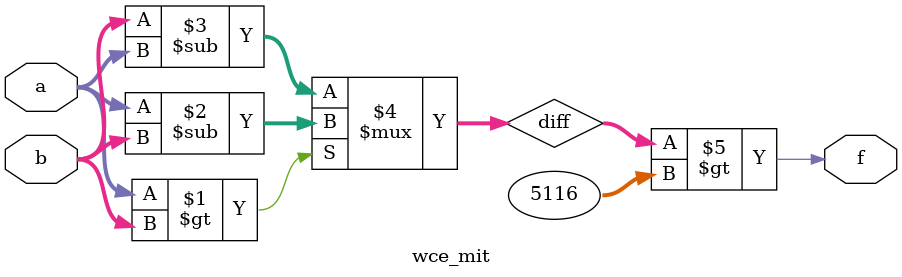
<source format=v>
module wce_mit(a, b, f);
parameter _bit = 18;
parameter wce = 5116;
input [_bit - 1: 0] a;
input [_bit - 1: 0] b;
output f;
wire [_bit - 1: 0] diff;
assign diff = (a > b)? (a - b): (b - a);
assign f = (diff > wce);
endmodule

</source>
